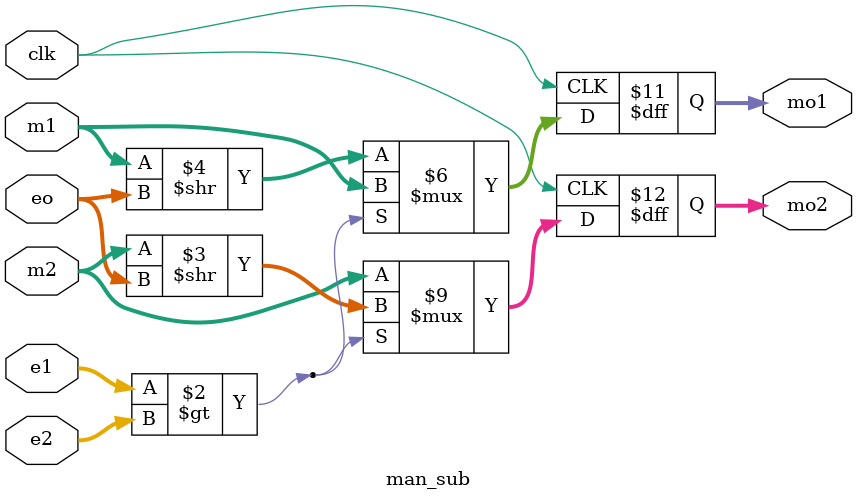
<source format=v>
module man_sub(
input [7:0]e1,
input [7:0]e2,
input [7:0]eo,
input clk,
input [27:0]m1,m2,
output reg [27:0]mo1,mo2
);

always @(posedge clk) 
begin
if (e1 > e2)	begin
	mo2 = m2 >> eo;
	mo1 = m1;
	end    
else begin
	mo1 = m1 >> eo;
	mo2 = m2;
	  end
end

endmodule

</source>
